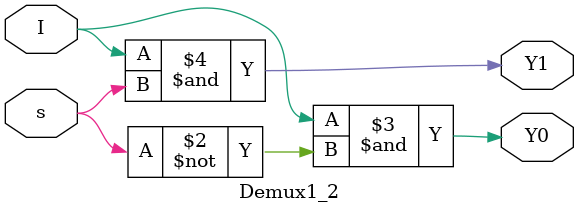
<source format=v>
module Demux1_2 (I,s,Y0,Y1);
input I, s;
output reg Y0, Y1;

  always @(I, s, Y0, Y1)
begin
Y0 = I&(~s);
Y1 = I&(s);
end

endmodule

</source>
